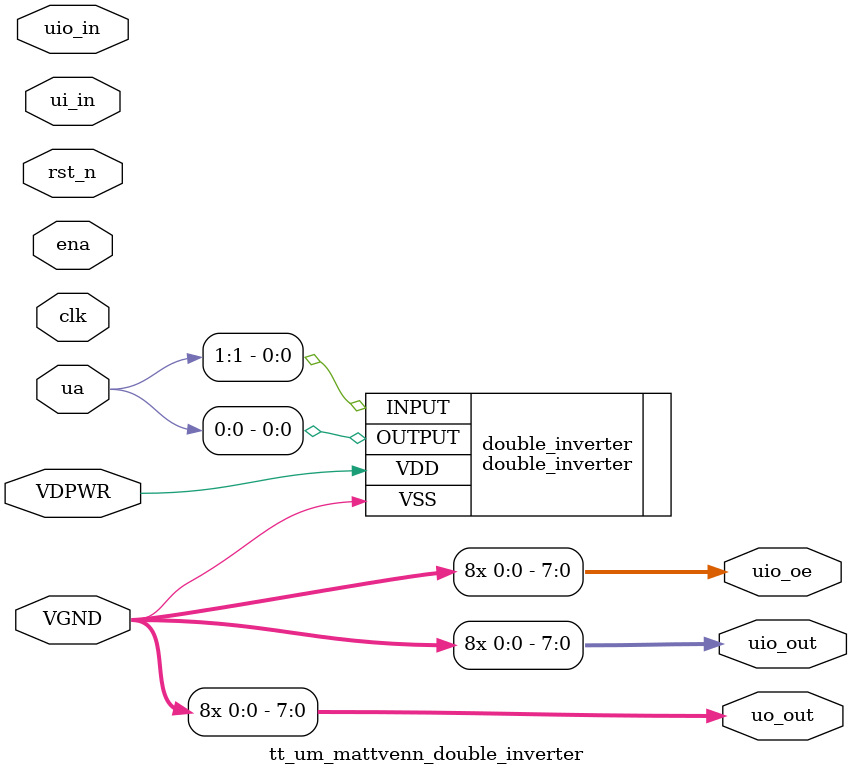
<source format=v>
/*
 * Copyright (c) 2024 Your Name
 * SPDX-License-Identifier: Apache-2.0
 */

`default_nettype none

module tt_um_mattvenn_double_inverter (
    input  wire       VGND,
    input  wire       VDPWR,    // 1.8v power supply
//    input  wire       VAPWR,    // 3.3v power supply
    input  wire [7:0] ui_in,    // Dedicated inputs
    output wire [7:0] uo_out,   // Dedicated outputs
    input  wire [7:0] uio_in,   // IOs: Input path
    output wire [7:0] uio_out,  // IOs: Output path
    output wire [7:0] uio_oe,   // IOs: Enable path (active high: 0=input, 1=output)
    inout  wire [7:0] ua,       // Analog pins, only ua[5:0] can be used
    input  wire       ena,      // always 1 when the design is powered, so you can ignore it
    input  wire       clk,      // clock
    input  wire       rst_n     // reset_n - low to reset
);

	double_inverter double_inverter(
		.VDD(VDPWR),
		.VSS(VGND),
		.INPUT(ua[1]),
		.OUTPUT(ua[0])
	);

    assign uo_out[0] = VGND;
    assign uo_out[1] = VGND;
    assign uo_out[2] = VGND;
    assign uo_out[3] = VGND;
    assign uo_out[4] = VGND;
    assign uo_out[5] = VGND;
    assign uo_out[6] = VGND;
    assign uo_out[7] = VGND;

    assign uio_out[0] = VGND;
    assign uio_out[1] = VGND;
    assign uio_out[2] = VGND;
    assign uio_out[3] = VGND;
    assign uio_out[4] = VGND;
    assign uio_out[5] = VGND;
    assign uio_out[6] = VGND;
    assign uio_out[7] = VGND;

    assign uio_oe[0] = VGND;
    assign uio_oe[1] = VGND;
    assign uio_oe[2] = VGND;
    assign uio_oe[3] = VGND;
    assign uio_oe[4] = VGND;
    assign uio_oe[5] = VGND;
    assign uio_oe[6] = VGND;
    assign uio_oe[7] = VGND;

endmodule

</source>
